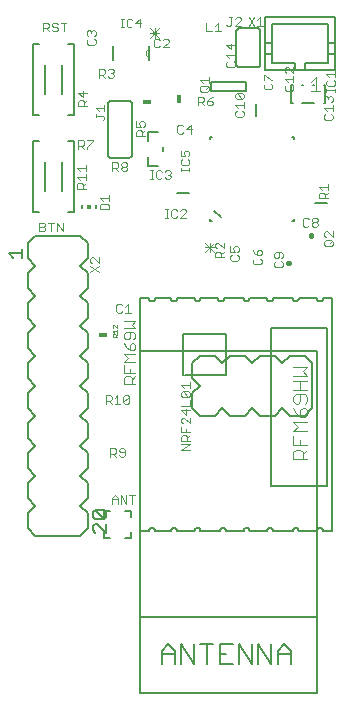
<source format=gto>
G75*
%MOIN*%
%OFA0B0*%
%FSLAX24Y24*%
%IPPOS*%
%LPD*%
%AMOC8*
5,1,8,0,0,1.08239X$1,22.5*
%
%ADD10C,0.0030*%
%ADD11C,0.0050*%
%ADD12C,0.0040*%
%ADD13C,0.0060*%
%ADD14R,0.0300X0.0180*%
%ADD15R,0.0180X0.0300*%
%ADD16R,0.0059X0.0118*%
%ADD17R,0.0118X0.0118*%
%ADD18C,0.0080*%
%ADD19C,0.0160*%
%ADD20C,0.0000*%
%ADD21C,0.0010*%
D10*
X005759Y006451D02*
X005759Y006645D01*
X005855Y006741D01*
X005952Y006645D01*
X005952Y006451D01*
X006053Y006451D02*
X006053Y006741D01*
X006247Y006451D01*
X006247Y006741D01*
X006348Y006741D02*
X006541Y006741D01*
X006445Y006741D02*
X006445Y006451D01*
X005952Y006596D02*
X005759Y006596D01*
X005707Y008009D02*
X005707Y008299D01*
X005852Y008299D01*
X005901Y008251D01*
X005901Y008154D01*
X005852Y008106D01*
X005707Y008106D01*
X005804Y008106D02*
X005901Y008009D01*
X006002Y008058D02*
X006050Y008009D01*
X006147Y008009D01*
X006195Y008058D01*
X006195Y008251D01*
X006147Y008299D01*
X006050Y008299D01*
X006002Y008251D01*
X006002Y008203D01*
X006050Y008154D01*
X006195Y008154D01*
X006195Y009776D02*
X006146Y009824D01*
X006340Y010018D01*
X006340Y009824D01*
X006292Y009776D01*
X006195Y009776D01*
X006146Y009824D02*
X006146Y010018D01*
X006195Y010066D01*
X006292Y010066D01*
X006340Y010018D01*
X006045Y009776D02*
X005852Y009776D01*
X005949Y009776D02*
X005949Y010066D01*
X005852Y009970D01*
X005751Y010018D02*
X005751Y009921D01*
X005702Y009873D01*
X005557Y009873D01*
X005654Y009873D02*
X005751Y009776D01*
X005557Y009776D02*
X005557Y010066D01*
X005702Y010066D01*
X005751Y010018D01*
X006172Y010449D02*
X006172Y010634D01*
X006234Y010695D01*
X006357Y010695D01*
X006419Y010634D01*
X006419Y010449D01*
X006419Y010572D02*
X006542Y010695D01*
X006542Y010817D02*
X006172Y010817D01*
X006172Y011064D01*
X006172Y011185D02*
X006295Y011309D01*
X006172Y011432D01*
X006542Y011432D01*
X006480Y011553D02*
X006542Y011615D01*
X006542Y011739D01*
X006480Y011800D01*
X006419Y011800D01*
X006357Y011739D01*
X006357Y011553D01*
X006480Y011553D01*
X006357Y011553D02*
X006234Y011677D01*
X006172Y011800D01*
X006234Y011922D02*
X006295Y011922D01*
X006357Y011983D01*
X006357Y012169D01*
X006480Y012169D02*
X006234Y012169D01*
X006172Y012107D01*
X006172Y011983D01*
X006234Y011922D01*
X006172Y012290D02*
X006542Y012290D01*
X006419Y012414D01*
X006542Y012537D01*
X006172Y012537D01*
X006202Y012812D02*
X006396Y012812D01*
X006299Y012812D02*
X006299Y013102D01*
X006202Y013005D01*
X006101Y013054D02*
X006053Y013102D01*
X005956Y013102D01*
X005907Y013054D01*
X005907Y012860D01*
X005956Y012812D01*
X006053Y012812D01*
X006101Y012860D01*
X006480Y012169D02*
X006542Y012107D01*
X006542Y011983D01*
X006480Y011922D01*
X006542Y011185D02*
X006172Y011185D01*
X006357Y010940D02*
X006357Y010817D01*
X006542Y010449D02*
X006172Y010449D01*
X008072Y010394D02*
X008362Y010394D01*
X008362Y010298D02*
X008362Y010491D01*
X008169Y010298D02*
X008072Y010394D01*
X008120Y010197D02*
X008314Y010003D01*
X008362Y010051D01*
X008362Y010148D01*
X008314Y010197D01*
X008120Y010197D01*
X008072Y010148D01*
X008072Y010051D01*
X008120Y010003D01*
X008314Y010003D01*
X008362Y009902D02*
X008362Y009708D01*
X008072Y009708D01*
X008072Y009559D02*
X008217Y009414D01*
X008217Y009607D01*
X008362Y009559D02*
X008072Y009559D01*
X008120Y009313D02*
X008072Y009264D01*
X008072Y009167D01*
X008120Y009119D01*
X008072Y009018D02*
X008072Y008824D01*
X008362Y008824D01*
X008362Y008723D02*
X008265Y008627D01*
X008265Y008675D02*
X008265Y008530D01*
X008362Y008530D02*
X008072Y008530D01*
X008072Y008675D01*
X008120Y008723D01*
X008217Y008723D01*
X008265Y008675D01*
X008217Y008824D02*
X008217Y008921D01*
X008362Y009119D02*
X008169Y009313D01*
X008120Y009313D01*
X008362Y009313D02*
X008362Y009119D01*
X008362Y008429D02*
X008072Y008429D01*
X008072Y008235D02*
X008362Y008429D01*
X008362Y008235D02*
X008072Y008235D01*
X005340Y014167D02*
X005049Y014361D01*
X005098Y014462D02*
X005049Y014511D01*
X005049Y014607D01*
X005098Y014656D01*
X005146Y014656D01*
X005340Y014462D01*
X005340Y014656D01*
X005340Y014361D02*
X005049Y014167D01*
X004127Y015526D02*
X004127Y015817D01*
X003933Y015817D02*
X003933Y015526D01*
X004127Y015526D02*
X003933Y015817D01*
X003832Y015817D02*
X003639Y015817D01*
X003735Y015817D02*
X003735Y015526D01*
X003537Y015575D02*
X003489Y015526D01*
X003344Y015526D01*
X003344Y015817D01*
X003489Y015817D01*
X003537Y015768D01*
X003537Y015720D01*
X003489Y015672D01*
X003344Y015672D01*
X003489Y015672D02*
X003537Y015623D01*
X003537Y015575D01*
X004594Y016943D02*
X004594Y017088D01*
X004643Y017137D01*
X004739Y017137D01*
X004788Y017088D01*
X004788Y016943D01*
X004885Y016943D02*
X004594Y016943D01*
X004788Y017040D02*
X004885Y017137D01*
X004885Y017238D02*
X004885Y017431D01*
X004885Y017334D02*
X004594Y017334D01*
X004691Y017238D01*
X004691Y017532D02*
X004594Y017629D01*
X004885Y017629D01*
X004885Y017532D02*
X004885Y017726D01*
X004840Y018281D02*
X004744Y018377D01*
X004792Y018377D02*
X004647Y018377D01*
X004647Y018281D02*
X004647Y018571D01*
X004792Y018571D01*
X004840Y018523D01*
X004840Y018426D01*
X004792Y018377D01*
X004942Y018329D02*
X004942Y018281D01*
X004942Y018329D02*
X005135Y018523D01*
X005135Y018571D01*
X004942Y018571D01*
X005224Y019330D02*
X005224Y019427D01*
X005224Y019379D02*
X005466Y019379D01*
X005515Y019330D01*
X005515Y019282D01*
X005466Y019234D01*
X005515Y019528D02*
X005515Y019722D01*
X005515Y019625D02*
X005224Y019625D01*
X005321Y019528D01*
X004938Y019698D02*
X004648Y019698D01*
X004648Y019843D01*
X004696Y019892D01*
X004793Y019892D01*
X004841Y019843D01*
X004841Y019698D01*
X004841Y019795D02*
X004938Y019892D01*
X004793Y019993D02*
X004793Y020186D01*
X004648Y020138D02*
X004793Y019993D01*
X004938Y020138D02*
X004648Y020138D01*
X005333Y020648D02*
X005333Y020939D01*
X005478Y020939D01*
X005527Y020890D01*
X005527Y020794D01*
X005478Y020745D01*
X005333Y020745D01*
X005430Y020745D02*
X005527Y020648D01*
X005628Y020697D02*
X005676Y020648D01*
X005773Y020648D01*
X005821Y020697D01*
X005821Y020745D01*
X005773Y020794D01*
X005724Y020794D01*
X005773Y020794D02*
X005821Y020842D01*
X005821Y020890D01*
X005773Y020939D01*
X005676Y020939D01*
X005628Y020890D01*
X005170Y021742D02*
X005218Y021791D01*
X005218Y021888D01*
X005170Y021936D01*
X005170Y022037D02*
X005218Y022085D01*
X005218Y022182D01*
X005170Y022231D01*
X005122Y022231D01*
X005073Y022182D01*
X005073Y022134D01*
X005073Y022182D02*
X005025Y022231D01*
X004977Y022231D01*
X004928Y022182D01*
X004928Y022085D01*
X004977Y022037D01*
X004977Y021936D02*
X004928Y021888D01*
X004928Y021791D01*
X004977Y021742D01*
X005170Y021742D01*
X006055Y022325D02*
X006151Y022325D01*
X006103Y022325D02*
X006103Y022615D01*
X006055Y022615D02*
X006151Y022615D01*
X006251Y022567D02*
X006251Y022373D01*
X006299Y022325D01*
X006396Y022325D01*
X006445Y022373D01*
X006546Y022470D02*
X006739Y022470D01*
X006691Y022325D02*
X006691Y022615D01*
X006546Y022470D01*
X006445Y022567D02*
X006396Y022615D01*
X006299Y022615D01*
X006251Y022567D01*
X007027Y022295D02*
X007341Y021981D01*
X007309Y021945D02*
X007212Y021945D01*
X007164Y021896D01*
X007164Y021703D01*
X007212Y021655D01*
X007309Y021655D01*
X007358Y021703D01*
X007459Y021655D02*
X007652Y021848D01*
X007652Y021896D01*
X007604Y021945D01*
X007507Y021945D01*
X007459Y021896D01*
X007358Y021896D02*
X007309Y021945D01*
X007184Y021981D02*
X007184Y022295D01*
X007341Y022295D02*
X007027Y021981D01*
X007027Y022138D02*
X007341Y022138D01*
X007459Y021655D02*
X007652Y021655D01*
X008700Y020566D02*
X008991Y020566D01*
X008991Y020470D02*
X008991Y020663D01*
X008797Y020470D02*
X008700Y020566D01*
X008749Y020369D02*
X008700Y020320D01*
X008700Y020223D01*
X008749Y020175D01*
X008942Y020175D01*
X008991Y020223D01*
X008991Y020320D01*
X008942Y020369D01*
X008749Y020369D01*
X008894Y020272D02*
X008991Y020369D01*
X009123Y020018D02*
X009026Y019970D01*
X008930Y019873D01*
X009075Y019873D01*
X009123Y019825D01*
X009123Y019776D01*
X009075Y019728D01*
X008978Y019728D01*
X008930Y019776D01*
X008930Y019873D01*
X008828Y019873D02*
X008780Y019825D01*
X008635Y019825D01*
X008732Y019825D02*
X008828Y019728D01*
X008828Y019873D02*
X008828Y019970D01*
X008780Y020018D01*
X008635Y020018D01*
X008635Y019728D01*
X008386Y019067D02*
X008241Y018922D01*
X008435Y018922D01*
X008386Y018777D02*
X008386Y019067D01*
X008140Y019019D02*
X008092Y019067D01*
X007995Y019067D01*
X007947Y019019D01*
X007947Y018825D01*
X007995Y018777D01*
X008092Y018777D01*
X008140Y018825D01*
X008201Y018218D02*
X008298Y018218D01*
X008346Y018169D01*
X008346Y018073D01*
X008298Y018024D01*
X008201Y018024D02*
X008153Y018121D01*
X008153Y018169D01*
X008201Y018218D01*
X008056Y018218D02*
X008056Y018024D01*
X008201Y018024D01*
X008104Y017923D02*
X008056Y017875D01*
X008056Y017778D01*
X008104Y017730D01*
X008298Y017730D01*
X008346Y017778D01*
X008346Y017875D01*
X008298Y017923D01*
X008346Y017630D02*
X008346Y017533D01*
X008346Y017582D02*
X008056Y017582D01*
X008056Y017630D02*
X008056Y017533D01*
X008088Y016263D02*
X008039Y016215D01*
X008088Y016263D02*
X008184Y016263D01*
X008233Y016215D01*
X008233Y016166D01*
X008039Y015973D01*
X008233Y015973D01*
X007938Y016021D02*
X007890Y015973D01*
X007793Y015973D01*
X007745Y016021D01*
X007745Y016215D01*
X007793Y016263D01*
X007890Y016263D01*
X007938Y016215D01*
X007645Y016263D02*
X007548Y016263D01*
X007597Y016263D02*
X007597Y015973D01*
X007645Y015973D02*
X007548Y015973D01*
X006217Y017538D02*
X006265Y017586D01*
X006265Y017634D01*
X006217Y017683D01*
X006120Y017683D01*
X006072Y017731D01*
X006072Y017780D01*
X006120Y017828D01*
X006217Y017828D01*
X006265Y017780D01*
X006265Y017731D01*
X006217Y017683D01*
X006120Y017683D02*
X006072Y017634D01*
X006072Y017586D01*
X006120Y017538D01*
X006217Y017538D01*
X005970Y017538D02*
X005874Y017634D01*
X005922Y017634D02*
X005777Y017634D01*
X005777Y017538D02*
X005777Y017828D01*
X005922Y017828D01*
X005970Y017780D01*
X005970Y017683D01*
X005922Y017634D01*
X005652Y016741D02*
X005652Y016548D01*
X005652Y016645D02*
X005362Y016645D01*
X005459Y016548D01*
X005410Y016447D02*
X005362Y016398D01*
X005362Y016253D01*
X005652Y016253D01*
X005652Y016398D01*
X005604Y016447D01*
X005410Y016447D01*
X006574Y018701D02*
X006574Y018846D01*
X006622Y018894D01*
X006719Y018894D01*
X006768Y018846D01*
X006768Y018701D01*
X006864Y018701D02*
X006574Y018701D01*
X006768Y018798D02*
X006864Y018894D01*
X006816Y018996D02*
X006864Y019044D01*
X006864Y019141D01*
X006816Y019189D01*
X006719Y019189D01*
X006671Y019141D01*
X006671Y019092D01*
X006719Y018996D01*
X006574Y018996D01*
X006574Y019189D01*
X008911Y022189D02*
X009105Y022189D01*
X009206Y022189D02*
X009399Y022189D01*
X009303Y022189D02*
X009303Y022480D01*
X009206Y022383D01*
X008911Y022480D02*
X008911Y022189D01*
X009581Y022411D02*
X009630Y022363D01*
X009678Y022363D01*
X009726Y022411D01*
X009726Y022653D01*
X009678Y022653D02*
X009775Y022653D01*
X009876Y022605D02*
X009924Y022653D01*
X010021Y022653D01*
X010069Y022605D01*
X010069Y022557D01*
X009876Y022363D01*
X010069Y022363D01*
X010317Y022366D02*
X010510Y022657D01*
X010612Y022560D02*
X010708Y022657D01*
X010708Y022366D01*
X010612Y022366D02*
X010805Y022366D01*
X010510Y022366D02*
X010317Y022657D01*
X009869Y021732D02*
X009578Y021732D01*
X009724Y021587D01*
X009724Y021781D01*
X009869Y021486D02*
X009869Y021293D01*
X009869Y021389D02*
X009578Y021389D01*
X009675Y021293D01*
X009627Y021192D02*
X009578Y021143D01*
X009578Y021046D01*
X009627Y020998D01*
X009820Y020998D01*
X009869Y021046D01*
X009869Y021143D01*
X009820Y021192D01*
X009917Y020131D02*
X010111Y019937D01*
X010159Y019986D01*
X010159Y020082D01*
X010111Y020131D01*
X009917Y020131D01*
X009869Y020082D01*
X009869Y019986D01*
X009917Y019937D01*
X010111Y019937D01*
X010159Y019836D02*
X010159Y019643D01*
X010159Y019739D02*
X009869Y019739D01*
X009965Y019643D01*
X009917Y019541D02*
X009869Y019493D01*
X009869Y019396D01*
X009917Y019348D01*
X010111Y019348D01*
X010159Y019396D01*
X010159Y019493D01*
X010111Y019541D01*
X010869Y020258D02*
X011063Y020258D01*
X011111Y020306D01*
X011111Y020403D01*
X011063Y020451D01*
X011063Y020552D02*
X011111Y020552D01*
X011063Y020552D02*
X010869Y020746D01*
X010821Y020746D01*
X010821Y020552D01*
X010869Y020451D02*
X010821Y020403D01*
X010821Y020306D01*
X010869Y020258D01*
X011520Y020265D02*
X011569Y020217D01*
X011762Y020217D01*
X011811Y020265D01*
X011811Y020362D01*
X011762Y020411D01*
X011811Y020512D02*
X011811Y020705D01*
X011811Y020608D02*
X011520Y020608D01*
X011617Y020512D01*
X011569Y020411D02*
X011520Y020362D01*
X011520Y020265D01*
X011569Y020806D02*
X011520Y020855D01*
X011520Y020951D01*
X011569Y021000D01*
X011617Y021000D01*
X011811Y020806D01*
X011811Y021000D01*
X012912Y020763D02*
X013203Y020763D01*
X013203Y020666D02*
X013203Y020860D01*
X013009Y020666D02*
X012912Y020763D01*
X012961Y020565D02*
X012912Y020517D01*
X012912Y020420D01*
X012961Y020372D01*
X013154Y020372D01*
X013203Y020420D01*
X013203Y020517D01*
X013154Y020565D01*
X013203Y020272D02*
X013203Y020175D01*
X013203Y020224D02*
X012912Y020224D01*
X012912Y020272D02*
X012912Y020175D01*
X012925Y020023D02*
X012973Y019974D01*
X013022Y020023D01*
X013070Y020023D01*
X013119Y019974D01*
X013119Y019878D01*
X013070Y019829D01*
X013119Y019728D02*
X013119Y019535D01*
X013119Y019631D02*
X012828Y019631D01*
X012925Y019535D01*
X012877Y019434D02*
X012828Y019385D01*
X012828Y019288D01*
X012877Y019240D01*
X013070Y019240D01*
X013119Y019288D01*
X013119Y019385D01*
X013070Y019434D01*
X012877Y019829D02*
X012828Y019878D01*
X012828Y019974D01*
X012877Y020023D01*
X012925Y020023D01*
X012973Y019974D02*
X012973Y019926D01*
X012958Y017111D02*
X012958Y016918D01*
X012958Y017014D02*
X012668Y017014D01*
X012765Y016918D01*
X012813Y016816D02*
X012716Y016816D01*
X012668Y016768D01*
X012668Y016623D01*
X012958Y016623D01*
X012861Y016623D02*
X012861Y016768D01*
X012813Y016816D01*
X012861Y016720D02*
X012958Y016816D01*
X012573Y015967D02*
X012476Y015967D01*
X012427Y015919D01*
X012427Y015871D01*
X012476Y015822D01*
X012573Y015822D01*
X012621Y015774D01*
X012621Y015725D01*
X012573Y015677D01*
X012476Y015677D01*
X012427Y015725D01*
X012427Y015774D01*
X012476Y015822D01*
X012573Y015822D02*
X012621Y015871D01*
X012621Y015919D01*
X012573Y015967D01*
X012326Y015919D02*
X012278Y015967D01*
X012181Y015967D01*
X012133Y015919D01*
X012133Y015725D01*
X012181Y015677D01*
X012278Y015677D01*
X012326Y015725D01*
X012836Y015475D02*
X012836Y015379D01*
X012885Y015330D01*
X012885Y015229D02*
X013078Y015229D01*
X013127Y015181D01*
X013127Y015084D01*
X013078Y015036D01*
X012885Y015036D01*
X012836Y015084D01*
X012836Y015181D01*
X012885Y015229D01*
X013030Y015132D02*
X013127Y015229D01*
X013127Y015330D02*
X012933Y015524D01*
X012885Y015524D01*
X012836Y015475D01*
X013127Y015524D02*
X013127Y015330D01*
X011464Y014776D02*
X011464Y014680D01*
X011415Y014631D01*
X011415Y014530D02*
X011464Y014482D01*
X011464Y014385D01*
X011415Y014337D01*
X011222Y014337D01*
X011173Y014385D01*
X011173Y014482D01*
X011222Y014530D01*
X011222Y014631D02*
X011270Y014631D01*
X011319Y014680D01*
X011319Y014825D01*
X011415Y014825D02*
X011222Y014825D01*
X011173Y014776D01*
X011173Y014680D01*
X011222Y014631D01*
X011415Y014825D02*
X011464Y014776D01*
X010753Y014768D02*
X010705Y014720D01*
X010608Y014720D01*
X010608Y014865D01*
X010656Y014913D01*
X010705Y014913D01*
X010753Y014865D01*
X010753Y014768D01*
X010608Y014720D02*
X010511Y014816D01*
X010463Y014913D01*
X010511Y014618D02*
X010463Y014570D01*
X010463Y014473D01*
X010511Y014425D01*
X010705Y014425D01*
X010753Y014473D01*
X010753Y014570D01*
X010705Y014618D01*
X009997Y014590D02*
X009997Y014687D01*
X009949Y014735D01*
X009949Y014837D02*
X009997Y014885D01*
X009997Y014982D01*
X009949Y015030D01*
X009852Y015030D01*
X009803Y014982D01*
X009803Y014933D01*
X009852Y014837D01*
X009707Y014837D01*
X009707Y015030D01*
X009493Y014953D02*
X009299Y015146D01*
X009251Y015146D01*
X009202Y015098D01*
X009202Y015001D01*
X009251Y014953D01*
X009174Y014988D02*
X008860Y014988D01*
X008860Y015145D02*
X009174Y014831D01*
X009202Y014803D02*
X009251Y014851D01*
X009348Y014851D01*
X009396Y014803D01*
X009396Y014658D01*
X009493Y014658D02*
X009202Y014658D01*
X009202Y014803D01*
X009017Y014831D02*
X009017Y015145D01*
X009174Y015145D02*
X008860Y014831D01*
X009396Y014755D02*
X009493Y014851D01*
X009493Y014953D02*
X009493Y015146D01*
X009755Y014735D02*
X009707Y014687D01*
X009707Y014590D01*
X009755Y014542D01*
X009949Y014542D01*
X009997Y014590D01*
X004248Y022484D02*
X004054Y022484D01*
X004151Y022484D02*
X004151Y022194D01*
X003953Y022243D02*
X003953Y022291D01*
X003905Y022339D01*
X003808Y022339D01*
X003760Y022388D01*
X003760Y022436D01*
X003808Y022484D01*
X003905Y022484D01*
X003953Y022436D01*
X003953Y022243D02*
X003905Y022194D01*
X003808Y022194D01*
X003760Y022243D01*
X003658Y022194D02*
X003562Y022291D01*
X003610Y022291D02*
X003465Y022291D01*
X003465Y022194D02*
X003465Y022484D01*
X003610Y022484D01*
X003658Y022436D01*
X003658Y022339D01*
X003610Y022291D01*
D11*
X006960Y018844D02*
X006960Y018544D01*
X006960Y018844D02*
X007310Y018844D01*
X007460Y018344D02*
X007460Y018194D01*
X007310Y017694D02*
X006960Y017694D01*
X006960Y017994D01*
X007004Y013286D02*
X006690Y013286D01*
X006690Y005549D01*
X007004Y005549D01*
X007006Y005567D01*
X007011Y005584D01*
X007019Y005601D01*
X007030Y005615D01*
X007043Y005627D01*
X007058Y005637D01*
X007075Y005643D01*
X007093Y005647D01*
X007111Y005647D01*
X007129Y005643D01*
X007146Y005637D01*
X007161Y005627D01*
X007174Y005615D01*
X007185Y005601D01*
X007193Y005584D01*
X007198Y005567D01*
X007200Y005549D01*
X007728Y005549D01*
X007729Y005549D02*
X007731Y005567D01*
X007736Y005584D01*
X007744Y005601D01*
X007755Y005615D01*
X007768Y005627D01*
X007783Y005637D01*
X007800Y005643D01*
X007818Y005647D01*
X007836Y005647D01*
X007854Y005643D01*
X007871Y005637D01*
X007886Y005627D01*
X007899Y005615D01*
X007910Y005601D01*
X007918Y005584D01*
X007923Y005567D01*
X007925Y005549D01*
X008516Y005549D01*
X008518Y005567D01*
X008523Y005584D01*
X008531Y005601D01*
X008542Y005615D01*
X008555Y005627D01*
X008570Y005637D01*
X008587Y005643D01*
X008605Y005647D01*
X008623Y005647D01*
X008641Y005643D01*
X008658Y005637D01*
X008673Y005627D01*
X008686Y005615D01*
X008697Y005601D01*
X008705Y005584D01*
X008710Y005567D01*
X008712Y005549D01*
X008713Y005549D02*
X009366Y005549D01*
X009368Y005567D01*
X009373Y005584D01*
X009381Y005601D01*
X009392Y005615D01*
X009405Y005627D01*
X009420Y005637D01*
X009437Y005643D01*
X009455Y005647D01*
X009473Y005647D01*
X009491Y005643D01*
X009508Y005637D01*
X009523Y005627D01*
X009536Y005615D01*
X009547Y005601D01*
X009555Y005584D01*
X009560Y005567D01*
X009562Y005549D01*
X009563Y005549D02*
X010153Y005549D01*
X010154Y005549D02*
X010156Y005567D01*
X010161Y005584D01*
X010169Y005601D01*
X010180Y005615D01*
X010193Y005627D01*
X010208Y005637D01*
X010225Y005643D01*
X010243Y005647D01*
X010261Y005647D01*
X010279Y005643D01*
X010296Y005637D01*
X010311Y005627D01*
X010324Y005615D01*
X010335Y005601D01*
X010343Y005584D01*
X010348Y005567D01*
X010350Y005549D01*
X010941Y005549D01*
X010943Y005567D01*
X010948Y005584D01*
X010956Y005601D01*
X010967Y005615D01*
X010980Y005627D01*
X010995Y005637D01*
X011012Y005643D01*
X011030Y005647D01*
X011048Y005647D01*
X011066Y005643D01*
X011083Y005637D01*
X011098Y005627D01*
X011111Y005615D01*
X011122Y005601D01*
X011130Y005584D01*
X011135Y005567D01*
X011137Y005549D01*
X011790Y005549D01*
X011791Y005549D02*
X011793Y005567D01*
X011798Y005584D01*
X011806Y005601D01*
X011817Y005615D01*
X011830Y005627D01*
X011845Y005637D01*
X011862Y005643D01*
X011880Y005647D01*
X011898Y005647D01*
X011916Y005643D01*
X011933Y005637D01*
X011948Y005627D01*
X011961Y005615D01*
X011972Y005601D01*
X011980Y005584D01*
X011985Y005567D01*
X011987Y005549D01*
X012603Y005549D01*
X012605Y005567D01*
X012610Y005584D01*
X012618Y005601D01*
X012629Y005615D01*
X012642Y005627D01*
X012657Y005637D01*
X012674Y005643D01*
X012692Y005647D01*
X012710Y005647D01*
X012728Y005643D01*
X012745Y005637D01*
X012760Y005627D01*
X012773Y005615D01*
X012784Y005601D01*
X012792Y005584D01*
X012797Y005567D01*
X012799Y005549D01*
X012800Y005549D02*
X013114Y005549D01*
X013114Y013286D01*
X012800Y013286D01*
X012799Y013286D02*
X012797Y013268D01*
X012792Y013251D01*
X012784Y013234D01*
X012773Y013220D01*
X012760Y013208D01*
X012745Y013198D01*
X012728Y013192D01*
X012710Y013188D01*
X012692Y013188D01*
X012674Y013192D01*
X012657Y013198D01*
X012642Y013208D01*
X012629Y013220D01*
X012618Y013234D01*
X012610Y013251D01*
X012605Y013268D01*
X012603Y013286D01*
X011987Y013286D01*
X011985Y013268D01*
X011980Y013251D01*
X011972Y013234D01*
X011961Y013220D01*
X011948Y013208D01*
X011933Y013198D01*
X011916Y013192D01*
X011898Y013188D01*
X011880Y013188D01*
X011862Y013192D01*
X011845Y013198D01*
X011830Y013208D01*
X011817Y013220D01*
X011806Y013234D01*
X011798Y013251D01*
X011793Y013268D01*
X011791Y013286D01*
X011790Y013286D02*
X011137Y013286D01*
X011135Y013268D01*
X011130Y013251D01*
X011122Y013234D01*
X011111Y013220D01*
X011098Y013208D01*
X011083Y013198D01*
X011066Y013192D01*
X011048Y013188D01*
X011030Y013188D01*
X011012Y013192D01*
X010995Y013198D01*
X010980Y013208D01*
X010967Y013220D01*
X010956Y013234D01*
X010948Y013251D01*
X010943Y013268D01*
X010941Y013286D01*
X010350Y013286D01*
X010348Y013268D01*
X010343Y013251D01*
X010335Y013234D01*
X010324Y013220D01*
X010311Y013208D01*
X010296Y013198D01*
X010279Y013192D01*
X010261Y013188D01*
X010243Y013188D01*
X010225Y013192D01*
X010208Y013198D01*
X010193Y013208D01*
X010180Y013220D01*
X010169Y013234D01*
X010161Y013251D01*
X010156Y013268D01*
X010154Y013286D01*
X010153Y013286D02*
X009500Y013286D01*
X009498Y013268D01*
X009493Y013251D01*
X009485Y013234D01*
X009474Y013220D01*
X009461Y013208D01*
X009446Y013198D01*
X009429Y013192D01*
X009411Y013188D01*
X009393Y013188D01*
X009375Y013192D01*
X009358Y013198D01*
X009343Y013208D01*
X009330Y013220D01*
X009319Y013234D01*
X009311Y013251D01*
X009306Y013268D01*
X009304Y013286D01*
X009303Y013286D02*
X008713Y013286D01*
X008712Y013286D02*
X008710Y013268D01*
X008705Y013251D01*
X008697Y013234D01*
X008686Y013220D01*
X008673Y013208D01*
X008658Y013198D01*
X008641Y013192D01*
X008623Y013188D01*
X008605Y013188D01*
X008587Y013192D01*
X008570Y013198D01*
X008555Y013208D01*
X008542Y013220D01*
X008531Y013234D01*
X008523Y013251D01*
X008518Y013268D01*
X008516Y013286D01*
X007925Y013286D01*
X007923Y013268D01*
X007918Y013251D01*
X007910Y013234D01*
X007899Y013220D01*
X007886Y013208D01*
X007871Y013198D01*
X007854Y013192D01*
X007836Y013188D01*
X007818Y013188D01*
X007800Y013192D01*
X007783Y013198D01*
X007768Y013208D01*
X007755Y013220D01*
X007744Y013234D01*
X007736Y013251D01*
X007731Y013268D01*
X007729Y013286D01*
X007728Y013286D02*
X007200Y013286D01*
X007198Y013268D01*
X007193Y013251D01*
X007185Y013234D01*
X007174Y013220D01*
X007161Y013208D01*
X007146Y013198D01*
X007129Y013192D01*
X007111Y013188D01*
X007093Y013188D01*
X007075Y013192D01*
X007058Y013198D01*
X007043Y013208D01*
X007030Y013220D01*
X007019Y013234D01*
X007011Y013251D01*
X007006Y013268D01*
X007004Y013286D01*
X008127Y012099D02*
X008127Y010724D01*
X008190Y010724D02*
X009565Y010724D01*
X009565Y012099D01*
X008127Y012099D01*
X008699Y011385D02*
X008449Y011135D01*
X008449Y010635D01*
X008699Y010385D01*
X008449Y010135D01*
X008449Y009635D01*
X008699Y009385D01*
X009199Y009385D01*
X009449Y009635D01*
X009699Y009385D01*
X010199Y009385D01*
X010449Y009635D01*
X010699Y009385D01*
X011199Y009385D01*
X011449Y009635D01*
X011699Y009385D01*
X012199Y009385D01*
X012449Y009635D01*
X012449Y011135D01*
X012199Y011385D01*
X011699Y011385D01*
X011449Y011135D01*
X011199Y011385D01*
X010699Y011385D01*
X010449Y011135D01*
X010199Y011385D01*
X009699Y011385D01*
X009449Y011135D01*
X009199Y011385D01*
X008699Y011385D01*
X006699Y011545D02*
X012599Y011545D01*
X012599Y002685D01*
X006699Y002685D01*
X006699Y011545D01*
X005506Y006239D02*
X005206Y006239D01*
X005506Y005938D01*
X005582Y006013D01*
X005582Y006164D01*
X005506Y006239D01*
X005506Y005938D02*
X005206Y005938D01*
X005131Y006013D01*
X005131Y006164D01*
X005206Y006239D01*
X005206Y005778D02*
X005131Y005703D01*
X005131Y005553D01*
X005206Y005478D01*
X005206Y005778D02*
X005281Y005778D01*
X005582Y005478D01*
X005582Y005778D01*
X006699Y002685D02*
X006699Y000125D01*
X012599Y000125D01*
X012599Y002685D01*
X012940Y007036D02*
X011065Y007036D01*
X011065Y012286D01*
X012940Y012286D01*
X012940Y007036D01*
X013189Y020888D02*
X012185Y020888D01*
X012185Y021124D01*
X012952Y021124D01*
X012952Y021439D01*
X013189Y021439D01*
X013189Y020888D01*
X013189Y021439D02*
X013189Y021794D01*
X012952Y021794D01*
X012952Y021439D01*
X012952Y021794D02*
X012952Y022424D01*
X011102Y022424D01*
X011102Y021794D01*
X010866Y021794D01*
X010866Y021439D01*
X011102Y021439D01*
X011102Y021124D01*
X011870Y021124D01*
X011870Y020888D01*
X012185Y020888D01*
X011870Y020888D02*
X010866Y020888D01*
X010866Y021439D01*
X011102Y021439D02*
X011102Y021794D01*
X010866Y021794D02*
X010866Y022660D01*
X013189Y022660D01*
X013189Y021794D01*
X002782Y014939D02*
X002782Y014638D01*
X002782Y014789D02*
X002331Y014789D01*
X002481Y014638D01*
D12*
X007044Y017278D02*
X007138Y017278D01*
X007091Y017278D02*
X007091Y017558D01*
X007044Y017558D02*
X007138Y017558D01*
X007241Y017511D02*
X007241Y017325D01*
X007287Y017278D01*
X007381Y017278D01*
X007427Y017325D01*
X007535Y017325D02*
X007582Y017278D01*
X007675Y017278D01*
X007722Y017325D01*
X007722Y017371D01*
X007675Y017418D01*
X007629Y017418D01*
X007675Y017418D02*
X007722Y017465D01*
X007722Y017511D01*
X007675Y017558D01*
X007582Y017558D01*
X007535Y017511D01*
X007427Y017511D02*
X007381Y017558D01*
X007287Y017558D01*
X007241Y017511D01*
X011815Y011011D02*
X012275Y011011D01*
X012122Y010857D01*
X012275Y010704D01*
X011815Y010704D01*
X011815Y010550D02*
X012275Y010550D01*
X012275Y010243D02*
X011815Y010243D01*
X011892Y010090D02*
X011815Y010013D01*
X011815Y009860D01*
X011892Y009783D01*
X011968Y009783D01*
X012045Y009860D01*
X012045Y010090D01*
X011892Y010090D02*
X012199Y010090D01*
X012275Y010013D01*
X012275Y009860D01*
X012199Y009783D01*
X012199Y009630D02*
X012122Y009630D01*
X012045Y009553D01*
X012045Y009323D01*
X012199Y009323D01*
X012275Y009399D01*
X012275Y009553D01*
X012199Y009630D01*
X011892Y009476D02*
X012045Y009323D01*
X011892Y009476D02*
X011815Y009630D01*
X011815Y009169D02*
X012275Y009169D01*
X012275Y008862D02*
X011815Y008862D01*
X011968Y009016D01*
X011815Y009169D01*
X011815Y008709D02*
X011815Y008402D01*
X012275Y008402D01*
X012275Y008248D02*
X012122Y008095D01*
X012122Y008172D02*
X012122Y007942D01*
X012275Y007942D02*
X011815Y007942D01*
X011815Y008172D01*
X011892Y008248D01*
X012045Y008248D01*
X012122Y008172D01*
X012045Y008402D02*
X012045Y008555D01*
X012045Y010243D02*
X012045Y010550D01*
X012401Y020200D02*
X012708Y020200D01*
X012555Y020200D02*
X012555Y020660D01*
X012401Y020507D01*
D13*
X002957Y005624D02*
X003207Y005374D01*
X004707Y005374D01*
X004957Y005624D01*
X004957Y006124D01*
X004707Y006374D01*
X004957Y006624D01*
X004957Y007124D01*
X004707Y007374D01*
X004957Y007624D01*
X004957Y008124D01*
X004707Y008374D01*
X004957Y008624D01*
X004957Y009124D01*
X004707Y009374D01*
X004957Y009624D01*
X004957Y010124D01*
X004707Y010374D01*
X004957Y010624D01*
X004957Y011124D01*
X004707Y011374D01*
X004957Y011624D01*
X004957Y012124D01*
X004707Y012374D01*
X004957Y012624D01*
X004957Y013124D01*
X004707Y013374D01*
X004957Y013624D01*
X004957Y014124D01*
X004707Y014374D01*
X004957Y014624D01*
X004957Y015124D01*
X004707Y015374D01*
X003207Y015374D01*
X002957Y015124D01*
X002957Y014624D01*
X003207Y014374D01*
X002957Y014124D01*
X002957Y013624D01*
X003207Y013374D01*
X002957Y013124D01*
X002957Y012624D01*
X003207Y012374D01*
X002957Y012124D01*
X002957Y011624D01*
X003207Y011374D01*
X002957Y011124D01*
X002957Y010624D01*
X003207Y010374D01*
X002957Y010124D01*
X002957Y009624D01*
X003207Y009374D01*
X002957Y009124D01*
X002957Y008624D01*
X003207Y008374D01*
X002957Y008124D01*
X002957Y007624D01*
X003207Y007374D01*
X002957Y007124D01*
X002957Y006624D01*
X003207Y006374D01*
X002957Y006124D01*
X002957Y005624D01*
X005496Y005516D02*
X005496Y005316D01*
X005696Y005316D01*
X006196Y005316D02*
X006396Y005316D01*
X006396Y005516D01*
X006396Y006016D02*
X006396Y006216D01*
X006196Y006216D01*
X005696Y006216D02*
X005496Y006216D01*
X005496Y006016D01*
X007636Y001756D02*
X007850Y001542D01*
X007850Y001115D01*
X008067Y001115D02*
X008067Y001756D01*
X008494Y001115D01*
X008494Y001756D01*
X008712Y001756D02*
X009139Y001756D01*
X008926Y001756D02*
X008926Y001115D01*
X009357Y001115D02*
X009357Y001756D01*
X009784Y001756D01*
X010001Y001756D02*
X010428Y001115D01*
X010428Y001756D01*
X010646Y001756D02*
X011073Y001115D01*
X011073Y001756D01*
X011290Y001542D02*
X011504Y001756D01*
X011717Y001542D01*
X011717Y001115D01*
X011717Y001435D02*
X011290Y001435D01*
X011290Y001542D02*
X011290Y001115D01*
X010646Y001115D02*
X010646Y001756D01*
X010001Y001756D02*
X010001Y001115D01*
X009784Y001115D02*
X009357Y001115D01*
X009357Y001435D02*
X009570Y001435D01*
X007850Y001435D02*
X007423Y001435D01*
X007423Y001542D02*
X007423Y001115D01*
X007423Y001542D02*
X007636Y001756D01*
X009027Y015856D02*
X009097Y015856D01*
X009027Y015856D02*
X009027Y015926D01*
X009177Y016216D02*
X009387Y016006D01*
X008337Y016786D02*
X007937Y016786D01*
X009027Y018586D02*
X009027Y018656D01*
X009097Y018656D01*
X009082Y020208D02*
X009082Y020508D01*
X010222Y020508D01*
X010222Y020208D01*
X009082Y020208D01*
X009914Y021096D02*
X009914Y022196D01*
X009916Y022213D01*
X009920Y022230D01*
X009927Y022246D01*
X009937Y022260D01*
X009950Y022273D01*
X009964Y022283D01*
X009980Y022290D01*
X009997Y022294D01*
X010014Y022296D01*
X010614Y022296D01*
X010631Y022294D01*
X010648Y022290D01*
X010664Y022283D01*
X010678Y022273D01*
X010691Y022260D01*
X010701Y022246D01*
X010708Y022230D01*
X010712Y022213D01*
X010714Y022196D01*
X010714Y021096D01*
X010712Y021079D01*
X010708Y021062D01*
X010701Y021046D01*
X010691Y021032D01*
X010678Y021019D01*
X010664Y021009D01*
X010648Y021002D01*
X010631Y020998D01*
X010614Y020996D01*
X010014Y020996D01*
X009997Y020998D01*
X009980Y021002D01*
X009964Y021009D01*
X009950Y021019D01*
X009937Y021032D01*
X009927Y021046D01*
X009920Y021062D01*
X009916Y021079D01*
X009914Y021096D01*
X010577Y019756D02*
X010577Y019356D01*
X010577Y019756D01*
X010577Y019356D01*
X010577Y019756D01*
X011748Y019795D02*
X011785Y019795D01*
X011748Y019795D02*
X011748Y020413D01*
X011785Y020413D01*
X012102Y020413D02*
X012139Y020413D01*
X012476Y020413D02*
X012513Y020413D01*
X012830Y020413D02*
X012867Y020413D01*
X012867Y019795D01*
X012830Y019795D01*
X012513Y019795D02*
X012102Y019795D01*
X011827Y018656D02*
X011757Y018656D01*
X011827Y018656D02*
X011827Y018586D01*
X012517Y016456D02*
X012917Y016456D01*
X012517Y016456D01*
X012917Y016456D01*
X011827Y015926D02*
X011827Y015856D01*
X011757Y015856D01*
X007004Y021250D02*
X007004Y021350D01*
X007004Y021590D01*
X007004Y021690D01*
X006330Y019880D02*
X005730Y019880D01*
X005713Y019878D01*
X005696Y019874D01*
X005680Y019867D01*
X005666Y019857D01*
X005653Y019844D01*
X005643Y019830D01*
X005636Y019814D01*
X005632Y019797D01*
X005630Y019780D01*
X005630Y018080D01*
X005632Y018063D01*
X005636Y018046D01*
X005643Y018030D01*
X005653Y018016D01*
X005666Y018003D01*
X005680Y017993D01*
X005696Y017986D01*
X005713Y017982D01*
X005730Y017980D01*
X006330Y017980D01*
X006347Y017982D01*
X006364Y017986D01*
X006380Y017993D01*
X006394Y018003D01*
X006407Y018016D01*
X006417Y018030D01*
X006424Y018046D01*
X006428Y018063D01*
X006430Y018080D01*
X006430Y019780D01*
X006428Y019797D01*
X006424Y019814D01*
X006417Y019830D01*
X006407Y019844D01*
X006394Y019857D01*
X006380Y019867D01*
X006364Y019874D01*
X006347Y019878D01*
X006330Y019880D01*
X005784Y021250D02*
X005784Y021690D01*
D14*
X006931Y019820D03*
X005482Y012078D03*
D15*
X007987Y019925D03*
D16*
X005244Y016341D03*
X004771Y016341D03*
D17*
X005007Y016341D03*
D18*
X004508Y016170D02*
X004311Y016170D01*
X004508Y016170D02*
X004508Y018532D01*
X004311Y018532D01*
X004114Y017843D02*
X004114Y016859D01*
X003524Y016878D02*
X003524Y017843D01*
X003327Y018532D02*
X003130Y018532D01*
X003130Y016170D01*
X003327Y016170D01*
X003328Y019401D02*
X003131Y019401D01*
X003131Y021763D01*
X003328Y021763D01*
X003525Y021075D02*
X003525Y020090D01*
X004116Y020090D02*
X004116Y021055D01*
X004313Y021763D02*
X004509Y021763D01*
X004509Y019401D01*
X004313Y019401D01*
D19*
X011644Y014468D02*
X011668Y014468D01*
X012405Y015366D02*
X012405Y015390D01*
D20*
X007004Y021350D02*
X006983Y021352D01*
X006963Y021357D01*
X006944Y021366D01*
X006927Y021378D01*
X006912Y021393D01*
X006900Y021410D01*
X006891Y021429D01*
X006886Y021449D01*
X006884Y021470D01*
X006886Y021491D01*
X006891Y021511D01*
X006900Y021530D01*
X006912Y021547D01*
X006927Y021562D01*
X006944Y021574D01*
X006963Y021583D01*
X006983Y021588D01*
X007004Y021590D01*
D21*
X005937Y012386D02*
X005937Y012286D01*
X005837Y012386D01*
X005812Y012386D01*
X005786Y012361D01*
X005786Y012311D01*
X005812Y012286D01*
X005786Y012188D02*
X005937Y012188D01*
X005937Y012138D02*
X005937Y012238D01*
X005837Y012138D02*
X005786Y012188D01*
X005812Y012091D02*
X005862Y012091D01*
X005887Y012066D01*
X005887Y011991D01*
X005937Y011991D02*
X005786Y011991D01*
X005786Y012066D01*
X005812Y012091D01*
X005887Y012041D02*
X005937Y012091D01*
M02*

</source>
